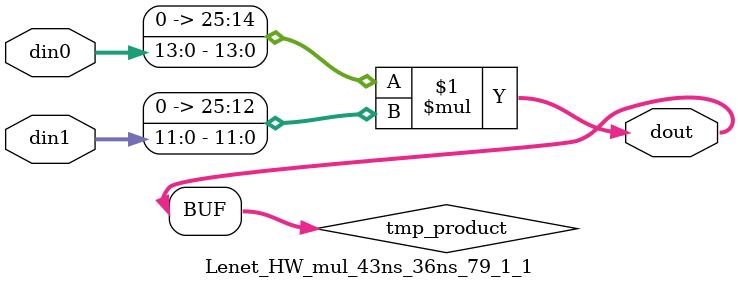
<source format=v>

`timescale 1 ns / 1 ps

  module Lenet_HW_mul_43ns_36ns_79_1_1(din0, din1, dout);
parameter ID = 1;
parameter NUM_STAGE = 0;
parameter din0_WIDTH = 14;
parameter din1_WIDTH = 12;
parameter dout_WIDTH = 26;

input [din0_WIDTH - 1 : 0] din0; 
input [din1_WIDTH - 1 : 0] din1; 
output [dout_WIDTH - 1 : 0] dout;

wire signed [dout_WIDTH - 1 : 0] tmp_product;










assign tmp_product = $signed({1'b0, din0}) * $signed({1'b0, din1});











assign dout = tmp_product;







endmodule

</source>
